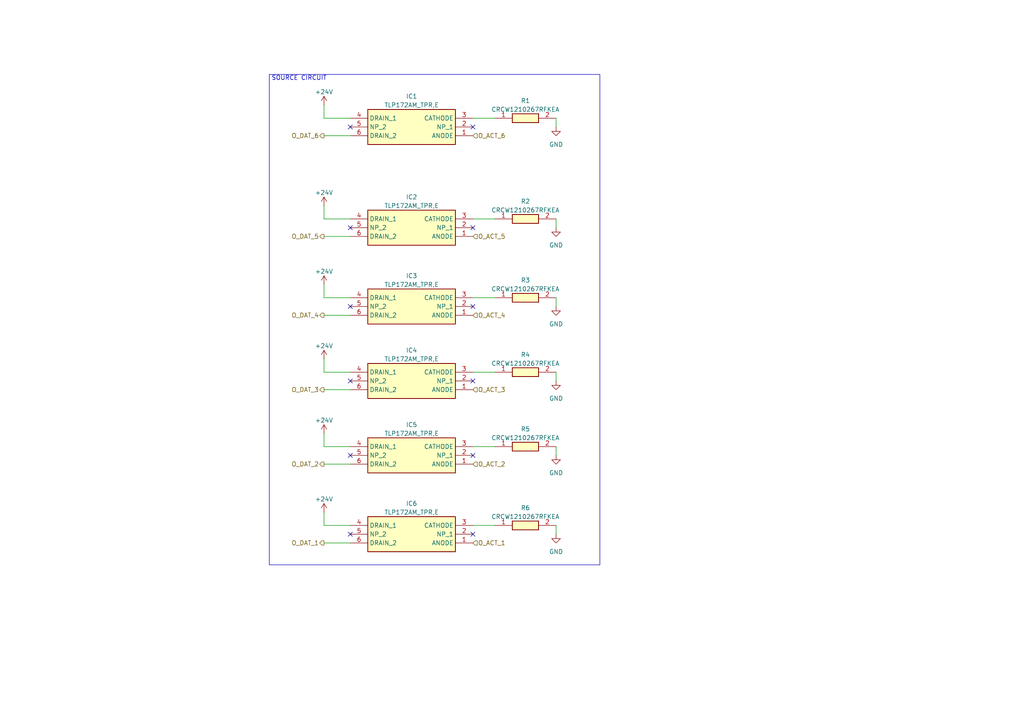
<source format=kicad_sch>
(kicad_sch (version 20230121) (generator eeschema)
  (paper "A4")
  (title_block (date "2023-04-23") (rev "1") (company "UPB - FIIR - Roboți și sisteme de producție") (comment 1 "Alexandru-Ioan Anastasiu"))
  (lib_symbols
    (symbol "CRCW1210267RFKEA:CRCW1210267RFKEA" (pin_names hide)
      (property "Reference" "R" (at 13.97 6.35 0))
      (property "Value" "CRCW1210267RFKEA" (at 13.97 3.81 0))
      (symbol "CRCW1210267RFKEA_1_1"
        (rectangle (start 5.08 1.27) (end 12.7 -1.27) (stroke (width 0.254)) (fill (type background)))
        (pin passive line (at 0 0 0) (length 5.08) (name "1") (number "1"))
        (pin passive line (at 17.78 0 180) (length 5.08) (name "2") (number "2"))
      )
    )
    (symbol "TLP172AM_TPR_E:TLP172AM_TPR,E"
      (property "Reference" "IC" (at 31.75 7.62 0))
      (property "Value" "TLP172AM_TPR,E" (at 31.75 5.08 0))
      (symbol "TLP172AM_TPR,E_1_1"
        (rectangle (start 5.08 2.54) (end 30.48 -7.62) (stroke (width 0.254)) (fill (type background)))
        (pin passive line (at 0 0 0) (length 5.08) (name "ANODE") (number "1"))
        (pin passive line (at 0 -2.54 0) (length 5.08) (name "NP_1") (number "2"))
        (pin passive line (at 0 -5.08 0) (length 5.08) (name "CATHODE") (number "3"))
        (pin passive line (at 35.56 -5.08 180) (length 5.08) (name "DRAIN_1") (number "4"))
        (pin passive line (at 35.56 -2.54 180) (length 5.08) (name "NP_2") (number "5"))
        (pin passive line (at 35.56 0 180) (length 5.08) (name "DRAIN_2") (number "6"))
      )
    )
    (symbol "power:+24V" (power) (pin_names (offset 0))
      (property "Value" "+24V" (at 0 3.556 0))
      (symbol "+24V_0_1"
        (polyline (pts (xy -0.762 1.27) (xy 0 2.54)))
        (polyline (pts (xy 0 0) (xy 0 2.54)))
        (polyline (pts (xy 0 2.54) (xy 0.762 1.27)))
      )
      (symbol "+24V_1_1"
        (pin power_in line (at 0 0 90) (length 0) hide (name "+24V") (number "1"))
      )
    )
    (symbol "power:GND" (power) (pin_names (offset 0))
      (property "Value" "GND" (at 0 -3.81 0))
      (symbol "GND_0_1"
        (polyline (pts (xy 0 0) (xy 0 -1.27) (xy 1.27 -1.27) (xy 0 -2.54) (xy -1.27 -1.27) (xy 0 -1.27)))
      )
      (symbol "GND_1_1"
        (pin power_in line (at 0 0 270) (length 0) hide (name "GND") (number "1"))
      )
    )
  )
  (no_connect (at 137.16 36.83))
  (no_connect (at 137.16 154.94))
  (no_connect (at 101.6 110.49))
  (no_connect (at 137.16 88.9))
  (no_connect (at 137.16 110.49))
  (no_connect (at 101.6 132.08))
  (no_connect (at 137.16 66.04))
  (no_connect (at 101.6 66.04))
  (no_connect (at 101.6 36.83))
  (no_connect (at 101.6 88.9))
  (no_connect (at 137.16 132.08))
  (no_connect (at 101.6 154.94))
  (wire (pts (xy 101.6 86.36) (xy 93.98 86.36)))
  (wire (pts (xy 161.29 63.5) (xy 161.29 66.04)))
  (wire (pts (xy 93.98 86.36) (xy 93.98 82.55)))
  (wire (pts (xy 161.29 107.95) (xy 161.29 110.49)))
  (wire (pts (xy 93.98 129.54) (xy 93.98 125.73)))
  (wire (pts (xy 137.16 107.95) (xy 143.51 107.95)))
  (wire (pts (xy 93.98 68.58) (xy 101.6 68.58)))
  (wire (pts (xy 93.98 107.95) (xy 93.98 104.14)))
  (wire (pts (xy 93.98 134.62) (xy 101.6 134.62)))
  (wire (pts (xy 101.6 107.95) (xy 93.98 107.95)))
  (wire (pts (xy 93.98 63.5) (xy 93.98 59.69)))
  (wire (pts (xy 101.6 129.54) (xy 93.98 129.54)))
  (wire (pts (xy 161.29 129.54) (xy 161.29 132.08)))
  (wire (pts (xy 93.98 113.03) (xy 101.6 113.03)))
  (wire (pts (xy 93.98 157.48) (xy 101.6 157.48)))
  (wire (pts (xy 93.98 91.44) (xy 101.6 91.44)))
  (wire (pts (xy 161.29 152.4) (xy 161.29 154.94)))
  (wire (pts (xy 161.29 34.29) (xy 161.29 36.83)))
  (wire (pts (xy 93.98 34.29) (xy 93.98 30.48)))
  (wire (pts (xy 137.16 152.4) (xy 143.51 152.4)))
  (wire (pts (xy 101.6 34.29) (xy 93.98 34.29)))
  (wire (pts (xy 93.98 39.37) (xy 101.6 39.37)))
  (wire (pts (xy 137.16 129.54) (xy 143.51 129.54)))
  (wire (pts (xy 161.29 86.36) (xy 161.29 88.9)))
  (wire (pts (xy 137.16 86.36) (xy 143.51 86.36)))
  (wire (pts (xy 137.16 63.5) (xy 143.51 63.5)))
  (wire (pts (xy 101.6 63.5) (xy 93.98 63.5)))
  (wire (pts (xy 137.16 34.29) (xy 143.51 34.29)))
  (wire (pts (xy 101.6 152.4) (xy 93.98 152.4)))
  (wire (pts (xy 93.98 152.4) (xy 93.98 148.59)))
  (rectangle (start 78.105 21.59) (end 173.99 163.83))
  (text "SOURCE CIRCUIT\n" (at 78.74 23.495 0) (effects (font (size 1.27 1.27)) (justify left bottom)))
  (hierarchical_label "O_DAT_6" (shape output) (at 93.98 39.37 180))
  (hierarchical_label "O_ACT_2" (shape input) (at 137.16 134.62 0))
  (hierarchical_label "O_ACT_1" (shape input) (at 137.16 157.48 0))
  (hierarchical_label "O_DAT_2" (shape output) (at 93.98 134.62 180))
  (hierarchical_label "O_DAT_4" (shape output) (at 93.98 91.44 180))
  (hierarchical_label "O_DAT_3" (shape output) (at 93.98 113.03 180))
  (hierarchical_label "O_DAT_5" (shape output) (at 93.98 68.58 180))
  (hierarchical_label "O_ACT_5" (shape input) (at 137.16 68.58 0))
  (hierarchical_label "O_DAT_1" (shape output) (at 93.98 157.48 180))
  (hierarchical_label "O_ACT_4" (shape input) (at 137.16 91.44 0))
  (hierarchical_label "O_ACT_6" (shape input) (at 137.16 39.37 0))
  (hierarchical_label "O_ACT_3" (shape input) (at 137.16 113.03 0))
  (symbol (lib_id "CRCW1210267RFKEA:CRCW1210267RFKEA") (at 143.51 152.4 0) (unit 1)
    (property "Reference" "R6" (at 152.4 147.32 0))
    (property "Value" "CRCW1210267RFKEA" (at 152.4 149.86 0))
    (property "Footprint" "CRCW1210267RFKEA:RESC3225X60N" (effects hide))
    (property "Datasheet" "http://componentsearchengine.com/Datasheets/1/CRCW1210267RFKEA.pdf" (effects hide))
    (property "Height" "0.6" (effects hide))
    (property "Mouser Part Number" "71-CRCW1210-267-E3" (effects hide))
    (property "Mouser Price/Stock" "https://www.mouser.co.uk/ProductDetail/Vishay-Dale/CRCW1210267RFKEA?qs=u0pLYIWDdLe%252BVJfyDMg51g%3D%3D" (effects hide))
    (property "Manufacturer_Name" "Vishay" (effects hide))
    (property "Manufacturer_Part_Number" "CRCW1210267RFKEA" (effects hide))
    (instances (project "PLC-CIM" (path "" (reference "R6") (unit 1)) (path "" (reference "R24") (unit 1)) (path "" (reference "R42") (unit 1)) (path "" (reference "R48") (unit 1)) (path "" (reference "R54") (unit 1))))
  )
  (symbol (lib_id "power:+24V") (at 93.98 59.69 0) (unit 1)
    (property "Reference" "#PWR0114" (effects hide))
    (property "Value" "+24V" (at 93.98 55.88 0))
    (instances (project "PLC-CIM" (path "" (reference "#PWR0114") (unit 1)) (path "" (reference "#PWR0156") (unit 1)) (path "" (reference "#PWR0198") (unit 1)) (path "" (reference "#PWR0222") (unit 1)) (path "" (reference "#PWR0246") (unit 1))))
  )
  (symbol (lib_id "power:GND") (at 161.29 110.49 0) (unit 1)
    (property "Reference" "#PWR0117" (effects hide))
    (property "Value" "GND" (at 161.29 115.57 0))
    (instances (project "PLC-CIM" (path "" (reference "#PWR0117") (unit 1)) (path "" (reference "#PWR0159") (unit 1)) (path "" (reference "#PWR0201") (unit 1)) (path "" (reference "#PWR0225") (unit 1)) (path "" (reference "#PWR0249") (unit 1))))
  )
  (symbol (lib_id "power:+24V") (at 93.98 82.55 0) (unit 1)
    (property "Reference" "#PWR0111" (effects hide))
    (property "Value" "+24V" (at 93.98 78.74 0))
    (instances (project "PLC-CIM" (path "" (reference "#PWR0111") (unit 1)) (path "" (reference "#PWR0153") (unit 1)) (path "" (reference "#PWR0195") (unit 1)) (path "" (reference "#PWR0219") (unit 1)) (path "" (reference "#PWR0243") (unit 1))))
  )
  (symbol (lib_id "TLP172AM_TPR_E:TLP172AM_TPR,E") (at 137.16 68.58 180) (unit 1)
    (property "Reference" "IC2" (at 119.38 57.15 0))
    (property "Value" "TLP172AM_TPR,E" (at 119.38 59.69 0))
    (property "Footprint" "TLP172AM_TPR_E:SOIC127P700X230-6N" (effects hide))
    (property "Datasheet" "https://toshiba.semicon-storage.com/info/docget.jsp?did=36714&prodName=TLP172AM" (effects hide))
    (property "Height" "2.3" (effects hide))
    (property "Mouser Part Number" "757-TLP172AMTPRE" (effects hide))
    (property "Mouser Price/Stock" "https://www.mouser.co.uk/ProductDetail/Toshiba/TLP172AMTPRE?qs=6ZHl3BmPMW1g8abCQD%2F8ag%3D%3D" (effects hide))
    (property "Manufacturer_Name" "Toshiba" (effects hide))
    (property "Manufacturer_Part_Number" "TLP172AM(TPR,E" (effects hide))
    (instances (project "PLC-CIM" (path "" (reference "IC2") (unit 1)) (path "" (reference "IC14") (unit 1)) (path "" (reference "IC26") (unit 1)) (path "" (reference "IC33") (unit 1)) (path "" (reference "IC39") (unit 1))))
  )
  (symbol (lib_id "CRCW1210267RFKEA:CRCW1210267RFKEA") (at 143.51 63.5 0) (unit 1)
    (property "Reference" "R2" (at 152.4 58.42 0))
    (property "Value" "CRCW1210267RFKEA" (at 152.4 60.96 0))
    (property "Footprint" "CRCW1210267RFKEA:RESC3225X60N" (effects hide))
    (property "Datasheet" "http://componentsearchengine.com/Datasheets/1/CRCW1210267RFKEA.pdf" (effects hide))
    (property "Height" "0.6" (effects hide))
    (property "Mouser Part Number" "71-CRCW1210-267-E3" (effects hide))
    (property "Mouser Price/Stock" "https://www.mouser.co.uk/ProductDetail/Vishay-Dale/CRCW1210267RFKEA?qs=u0pLYIWDdLe%252BVJfyDMg51g%3D%3D" (effects hide))
    (property "Manufacturer_Name" "Vishay" (effects hide))
    (property "Manufacturer_Part_Number" "CRCW1210267RFKEA" (effects hide))
    (instances (project "PLC-CIM" (path "" (reference "R2") (unit 1)) (path "" (reference "R20") (unit 1)) (path "" (reference "R38") (unit 1)) (path "" (reference "R44") (unit 1)) (path "" (reference "R50") (unit 1))))
  )
  (symbol (lib_id "power:GND") (at 161.29 88.9 0) (unit 1)
    (property "Reference" "#PWR0119" (effects hide))
    (property "Value" "GND" (at 161.29 93.98 0))
    (instances (project "PLC-CIM" (path "" (reference "#PWR0119") (unit 1)) (path "" (reference "#PWR0161") (unit 1)) (path "" (reference "#PWR0203") (unit 1)) (path "" (reference "#PWR0227") (unit 1)) (path "" (reference "#PWR0251") (unit 1))))
  )
  (symbol (lib_id "TLP172AM_TPR_E:TLP172AM_TPR,E") (at 137.16 134.62 180) (unit 1)
    (property "Reference" "IC5" (at 119.38 123.19 0))
    (property "Value" "TLP172AM_TPR,E" (at 119.38 125.73 0))
    (property "Footprint" "TLP172AM_TPR_E:SOIC127P700X230-6N" (effects hide))
    (property "Datasheet" "https://toshiba.semicon-storage.com/info/docget.jsp?did=36714&prodName=TLP172AM" (effects hide))
    (property "Height" "2.3" (effects hide))
    (property "Mouser Part Number" "757-TLP172AMTPRE" (effects hide))
    (property "Mouser Price/Stock" "https://www.mouser.co.uk/ProductDetail/Toshiba/TLP172AMTPRE?qs=6ZHl3BmPMW1g8abCQD%2F8ag%3D%3D" (effects hide))
    (property "Manufacturer_Name" "Toshiba" (effects hide))
    (property "Manufacturer_Part_Number" "TLP172AM(TPR,E" (effects hide))
    (instances (project "PLC-CIM" (path "" (reference "IC5") (unit 1)) (path "" (reference "IC17") (unit 1)) (path "" (reference "IC29") (unit 1)) (path "" (reference "IC36") (unit 1)) (path "" (reference "IC42") (unit 1))))
  )
  (symbol (lib_id "TLP172AM_TPR_E:TLP172AM_TPR,E") (at 137.16 39.37 180) (unit 1)
    (property "Reference" "IC1" (at 119.38 27.94 0))
    (property "Value" "TLP172AM_TPR,E" (at 119.38 30.48 0))
    (property "Footprint" "TLP172AM_TPR_E:SOIC127P700X230-6N" (effects hide))
    (property "Datasheet" "https://toshiba.semicon-storage.com/info/docget.jsp?did=36714&prodName=TLP172AM" (effects hide))
    (property "Height" "2.3" (effects hide))
    (property "Mouser Part Number" "757-TLP172AMTPRE" (effects hide))
    (property "Mouser Price/Stock" "https://www.mouser.co.uk/ProductDetail/Toshiba/TLP172AMTPRE?qs=6ZHl3BmPMW1g8abCQD%2F8ag%3D%3D" (effects hide))
    (property "Manufacturer_Name" "Toshiba" (effects hide))
    (property "Manufacturer_Part_Number" "TLP172AM(TPR,E" (effects hide))
    (instances (project "PLC-CIM" (path "" (reference "IC1") (unit 1)) (path "" (reference "IC13") (unit 1)) (path "" (reference "IC25") (unit 1)) (path "" (reference "IC32") (unit 1)) (path "" (reference "IC38") (unit 1))))
  )
  (symbol (lib_id "power:GND") (at 161.29 132.08 0) (unit 1)
    (property "Reference" "#PWR0118" (effects hide))
    (property "Value" "GND" (at 161.29 137.16 0))
    (instances (project "PLC-CIM" (path "" (reference "#PWR0118") (unit 1)) (path "" (reference "#PWR0160") (unit 1)) (path "" (reference "#PWR0202") (unit 1)) (path "" (reference "#PWR0226") (unit 1)) (path "" (reference "#PWR0250") (unit 1))))
  )
  (symbol (lib_id "CRCW1210267RFKEA:CRCW1210267RFKEA") (at 143.51 34.29 0) (unit 1)
    (property "Reference" "R1" (at 152.4 29.21 0))
    (property "Value" "CRCW1210267RFKEA" (at 152.4 31.75 0))
    (property "Footprint" "CRCW1210267RFKEA:RESC3225X60N" (effects hide))
    (property "Datasheet" "http://componentsearchengine.com/Datasheets/1/CRCW1210267RFKEA.pdf" (effects hide))
    (property "Height" "0.6" (effects hide))
    (property "Mouser Part Number" "71-CRCW1210-267-E3" (effects hide))
    (property "Mouser Price/Stock" "https://www.mouser.co.uk/ProductDetail/Vishay-Dale/CRCW1210267RFKEA?qs=u0pLYIWDdLe%252BVJfyDMg51g%3D%3D" (effects hide))
    (property "Manufacturer_Name" "Vishay" (effects hide))
    (property "Manufacturer_Part_Number" "CRCW1210267RFKEA" (effects hide))
    (instances (project "PLC-CIM" (path "" (reference "R1") (unit 1)) (path "" (reference "R19") (unit 1)) (path "" (reference "R37") (unit 1)) (path "" (reference "R43") (unit 1)) (path "" (reference "R49") (unit 1))))
  )
  (symbol (lib_id "CRCW1210267RFKEA:CRCW1210267RFKEA") (at 143.51 86.36 0) (unit 1)
    (property "Reference" "R3" (at 152.4 81.28 0))
    (property "Value" "CRCW1210267RFKEA" (at 152.4 83.82 0))
    (property "Footprint" "CRCW1210267RFKEA:RESC3225X60N" (effects hide))
    (property "Datasheet" "http://componentsearchengine.com/Datasheets/1/CRCW1210267RFKEA.pdf" (effects hide))
    (property "Height" "0.6" (effects hide))
    (property "Mouser Part Number" "71-CRCW1210-267-E3" (effects hide))
    (property "Mouser Price/Stock" "https://www.mouser.co.uk/ProductDetail/Vishay-Dale/CRCW1210267RFKEA?qs=u0pLYIWDdLe%252BVJfyDMg51g%3D%3D" (effects hide))
    (property "Manufacturer_Name" "Vishay" (effects hide))
    (property "Manufacturer_Part_Number" "CRCW1210267RFKEA" (effects hide))
    (instances (project "PLC-CIM" (path "" (reference "R3") (unit 1)) (path "" (reference "R21") (unit 1)) (path "" (reference "R39") (unit 1)) (path "" (reference "R45") (unit 1)) (path "" (reference "R51") (unit 1))))
  )
  (symbol (lib_id "power:+24V") (at 93.98 30.48 0) (unit 1)
    (property "Reference" "#PWR0115" (effects hide))
    (property "Value" "+24V" (at 93.98 26.67 0))
    (instances (project "PLC-CIM" (path "" (reference "#PWR0115") (unit 1)) (path "" (reference "#PWR0157") (unit 1)) (path "" (reference "#PWR0199") (unit 1)) (path "" (reference "#PWR0223") (unit 1)) (path "" (reference "#PWR0247") (unit 1))))
  )
  (symbol (lib_id "TLP172AM_TPR_E:TLP172AM_TPR,E") (at 137.16 113.03 180) (unit 1)
    (property "Reference" "IC4" (at 119.38 101.6 0))
    (property "Value" "TLP172AM_TPR,E" (at 119.38 104.14 0))
    (property "Footprint" "TLP172AM_TPR_E:SOIC127P700X230-6N" (effects hide))
    (property "Datasheet" "https://toshiba.semicon-storage.com/info/docget.jsp?did=36714&prodName=TLP172AM" (effects hide))
    (property "Height" "2.3" (effects hide))
    (property "Mouser Part Number" "757-TLP172AMTPRE" (effects hide))
    (property "Mouser Price/Stock" "https://www.mouser.co.uk/ProductDetail/Toshiba/TLP172AMTPRE?qs=6ZHl3BmPMW1g8abCQD%2F8ag%3D%3D" (effects hide))
    (property "Manufacturer_Name" "Toshiba" (effects hide))
    (property "Manufacturer_Part_Number" "TLP172AM(TPR,E" (effects hide))
    (instances (project "PLC-CIM" (path "" (reference "IC4") (unit 1)) (path "" (reference "IC16") (unit 1)) (path "" (reference "IC28") (unit 1)) (path "" (reference "IC35") (unit 1)) (path "" (reference "IC41") (unit 1))))
  )
  (symbol (lib_id "TLP172AM_TPR_E:TLP172AM_TPR,E") (at 137.16 157.48 180) (unit 1)
    (property "Reference" "IC6" (at 119.38 146.05 0))
    (property "Value" "TLP172AM_TPR,E" (at 119.38 148.59 0))
    (property "Footprint" "TLP172AM_TPR_E:SOIC127P700X230-6N" (effects hide))
    (property "Datasheet" "https://toshiba.semicon-storage.com/info/docget.jsp?did=36714&prodName=TLP172AM" (effects hide))
    (property "Height" "2.3" (effects hide))
    (property "Mouser Part Number" "757-TLP172AMTPRE" (effects hide))
    (property "Mouser Price/Stock" "https://www.mouser.co.uk/ProductDetail/Toshiba/TLP172AMTPRE?qs=6ZHl3BmPMW1g8abCQD%2F8ag%3D%3D" (effects hide))
    (property "Manufacturer_Name" "Toshiba" (effects hide))
    (property "Manufacturer_Part_Number" "TLP172AM(TPR,E" (effects hide))
    (instances (project "PLC-CIM" (path "" (reference "IC6") (unit 1)) (path "" (reference "IC18") (unit 1)) (path "" (reference "IC30") (unit 1)) (path "" (reference "IC37") (unit 1)) (path "" (reference "IC43") (unit 1))))
  )
  (symbol (lib_id "power:GND") (at 161.29 154.94 0) (unit 1)
    (property "Reference" "#PWR0116" (effects hide))
    (property "Value" "GND" (at 161.29 160.02 0))
    (instances (project "PLC-CIM" (path "" (reference "#PWR0116") (unit 1)) (path "" (reference "#PWR0158") (unit 1)) (path "" (reference "#PWR0200") (unit 1)) (path "" (reference "#PWR0224") (unit 1)) (path "" (reference "#PWR0248") (unit 1))))
  )
  (symbol (lib_id "CRCW1210267RFKEA:CRCW1210267RFKEA") (at 143.51 129.54 0) (unit 1)
    (property "Reference" "R5" (at 152.4 124.46 0))
    (property "Value" "CRCW1210267RFKEA" (at 152.4 127 0))
    (property "Footprint" "CRCW1210267RFKEA:RESC3225X60N" (effects hide))
    (property "Datasheet" "http://componentsearchengine.com/Datasheets/1/CRCW1210267RFKEA.pdf" (effects hide))
    (property "Height" "0.6" (effects hide))
    (property "Mouser Part Number" "71-CRCW1210-267-E3" (effects hide))
    (property "Mouser Price/Stock" "https://www.mouser.co.uk/ProductDetail/Vishay-Dale/CRCW1210267RFKEA?qs=u0pLYIWDdLe%252BVJfyDMg51g%3D%3D" (effects hide))
    (property "Manufacturer_Name" "Vishay" (effects hide))
    (property "Manufacturer_Part_Number" "CRCW1210267RFKEA" (effects hide))
    (instances (project "PLC-CIM" (path "" (reference "R5") (unit 1)) (path "" (reference "R23") (unit 1)) (path "" (reference "R41") (unit 1)) (path "" (reference "R47") (unit 1)) (path "" (reference "R53") (unit 1))))
  )
  (symbol (lib_id "power:+24V") (at 93.98 148.59 0) (unit 1)
    (property "Reference" "#PWR0113" (effects hide))
    (property "Value" "+24V" (at 93.98 144.78 0))
    (instances (project "PLC-CIM" (path "" (reference "#PWR0113") (unit 1)) (path "" (reference "#PWR0155") (unit 1)) (path "" (reference "#PWR0197") (unit 1)) (path "" (reference "#PWR0221") (unit 1)) (path "" (reference "#PWR0245") (unit 1))))
  )
  (symbol (lib_id "power:+24V") (at 93.98 125.73 0) (unit 1)
    (property "Reference" "#PWR0110" (effects hide))
    (property "Value" "+24V" (at 93.98 121.92 0))
    (instances (project "PLC-CIM" (path "" (reference "#PWR0110") (unit 1)) (path "" (reference "#PWR0152") (unit 1)) (path "" (reference "#PWR0194") (unit 1)) (path "" (reference "#PWR0218") (unit 1)) (path "" (reference "#PWR0242") (unit 1))))
  )
  (symbol (lib_id "TLP172AM_TPR_E:TLP172AM_TPR,E") (at 137.16 91.44 180) (unit 1)
    (property "Reference" "IC3" (at 119.38 80.01 0))
    (property "Value" "TLP172AM_TPR,E" (at 119.38 82.55 0))
    (property "Footprint" "TLP172AM_TPR_E:SOIC127P700X230-6N" (effects hide))
    (property "Datasheet" "https://toshiba.semicon-storage.com/info/docget.jsp?did=36714&prodName=TLP172AM" (effects hide))
    (property "Height" "2.3" (effects hide))
    (property "Mouser Part Number" "757-TLP172AMTPRE" (effects hide))
    (property "Mouser Price/Stock" "https://www.mouser.co.uk/ProductDetail/Toshiba/TLP172AMTPRE?qs=6ZHl3BmPMW1g8abCQD%2F8ag%3D%3D" (effects hide))
    (property "Manufacturer_Name" "Toshiba" (effects hide))
    (property "Manufacturer_Part_Number" "TLP172AM(TPR,E" (effects hide))
    (instances (project "PLC-CIM" (path "" (reference "IC3") (unit 1)) (path "" (reference "IC15") (unit 1)) (path "" (reference "IC27") (unit 1)) (path "" (reference "IC34") (unit 1)) (path "" (reference "IC40") (unit 1))))
  )
  (symbol (lib_id "power:GND") (at 161.29 66.04 0) (unit 1)
    (property "Reference" "#PWR0120" (effects hide))
    (property "Value" "GND" (at 161.29 71.12 0))
    (instances (project "PLC-CIM" (path "" (reference "#PWR0120") (unit 1)) (path "" (reference "#PWR0162") (unit 1)) (path "" (reference "#PWR0204") (unit 1)) (path "" (reference "#PWR0228") (unit 1)) (path "" (reference "#PWR0252") (unit 1))))
  )
  (symbol (lib_id "CRCW1210267RFKEA:CRCW1210267RFKEA") (at 143.51 107.95 0) (unit 1)
    (property "Reference" "R4" (at 152.4 102.87 0))
    (property "Value" "CRCW1210267RFKEA" (at 152.4 105.41 0))
    (property "Footprint" "CRCW1210267RFKEA:RESC3225X60N" (effects hide))
    (property "Datasheet" "http://componentsearchengine.com/Datasheets/1/CRCW1210267RFKEA.pdf" (effects hide))
    (property "Height" "0.6" (effects hide))
    (property "Mouser Part Number" "71-CRCW1210-267-E3" (effects hide))
    (property "Mouser Price/Stock" "https://www.mouser.co.uk/ProductDetail/Vishay-Dale/CRCW1210267RFKEA?qs=u0pLYIWDdLe%252BVJfyDMg51g%3D%3D" (effects hide))
    (property "Manufacturer_Name" "Vishay" (effects hide))
    (property "Manufacturer_Part_Number" "CRCW1210267RFKEA" (effects hide))
    (instances (project "PLC-CIM" (path "" (reference "R4") (unit 1)) (path "" (reference "R22") (unit 1)) (path "" (reference "R40") (unit 1)) (path "" (reference "R46") (unit 1)) (path "" (reference "R52") (unit 1))))
  )
  (symbol (lib_id "power:GND") (at 161.29 36.83 0) (unit 1)
    (property "Reference" "#PWR0121" (effects hide))
    (property "Value" "GND" (at 161.29 41.91 0))
    (instances (project "PLC-CIM" (path "" (reference "#PWR0121") (unit 1)) (path "" (reference "#PWR0163") (unit 1)) (path "" (reference "#PWR0205") (unit 1)) (path "" (reference "#PWR0229") (unit 1)) (path "" (reference "#PWR0253") (unit 1))))
  )
  (symbol (lib_id "power:+24V") (at 93.98 104.14 0) (unit 1)
    (property "Reference" "#PWR0112" (effects hide))
    (property "Value" "+24V" (at 93.98 100.33 0))
    (instances (project "PLC-CIM" (path "" (reference "#PWR0112") (unit 1)) (path "" (reference "#PWR0154") (unit 1)) (path "" (reference "#PWR0196") (unit 1)) (path "" (reference "#PWR0220") (unit 1)) (path "" (reference "#PWR0244") (unit 1))))
  )
)
</source>
